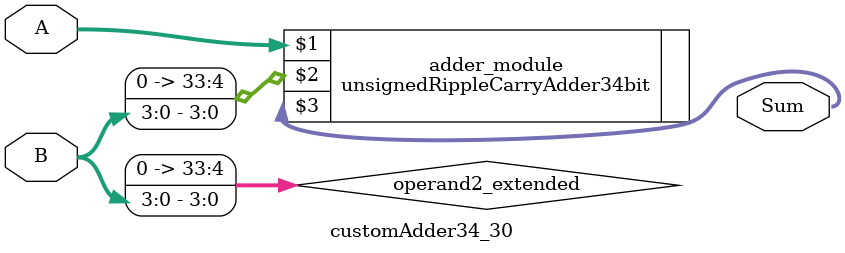
<source format=v>
module customAdder34_30(
                        input [33 : 0] A,
                        input [3 : 0] B,
                        
                        output [34 : 0] Sum
                );

        wire [33 : 0] operand2_extended;
        
        assign operand2_extended =  {30'b0, B};
        
        unsignedRippleCarryAdder34bit adder_module(
            A,
            operand2_extended,
            Sum
        );
        
        endmodule
        
</source>
